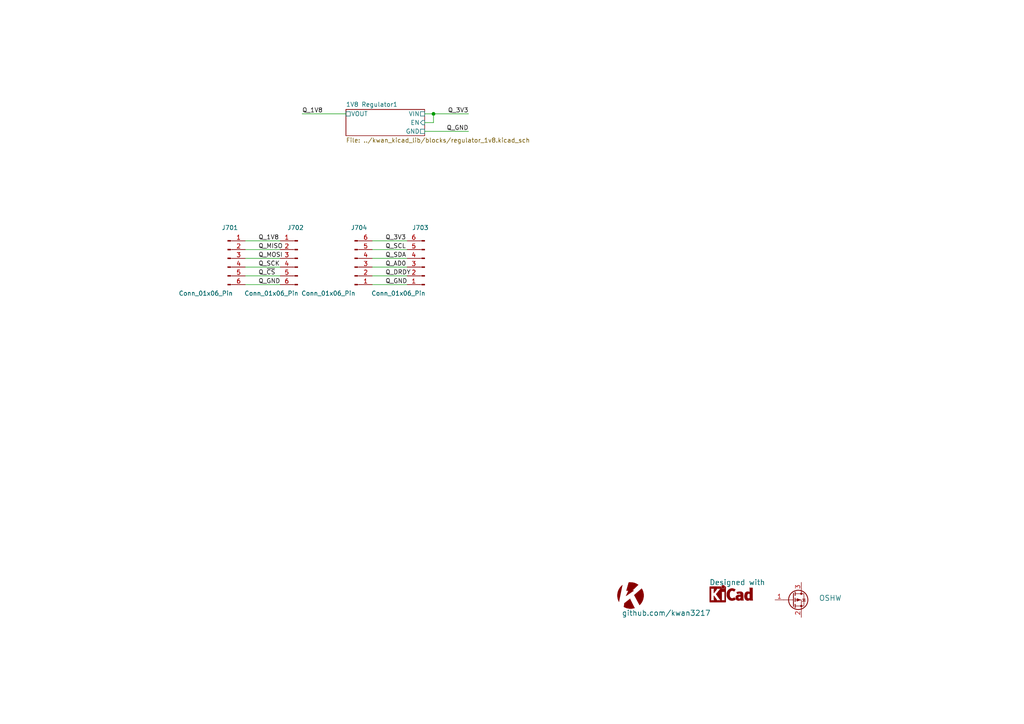
<source format=kicad_sch>
(kicad_sch (version 20230121) (generator eeschema)
  (paper "A4")
  (lib_symbols
    (symbol "Connector:Conn_01x06_Pin" (pin_names (offset 1.016) hide)
      (property "Reference" "J" (at 0 7.62 0))
      (property "Value" "Conn_01x06_Pin" (at 0 -10.16 0))
      (symbol "Conn_01x06_Pin_1_1"
        (polyline (pts (xy 1.27 -7.62) (xy 0.8636 -7.62)) (stroke (width 0.1524)))
        (polyline (pts (xy 1.27 -5.08) (xy 0.8636 -5.08)) (stroke (width 0.1524)))
        (polyline (pts (xy 1.27 -2.54) (xy 0.8636 -2.54)) (stroke (width 0.1524)))
        (polyline (pts (xy 1.27 0) (xy 0.8636 0)) (stroke (width 0.1524)))
        (polyline (pts (xy 1.27 2.54) (xy 0.8636 2.54)) (stroke (width 0.1524)))
        (polyline (pts (xy 1.27 5.08) (xy 0.8636 5.08)) (stroke (width 0.1524)))
        (rectangle (start 0.8636 -7.493) (end 0 -7.747) (stroke (width 0.1524)) (fill (type outline)))
        (rectangle (start 0.8636 -4.953) (end 0 -5.207) (stroke (width 0.1524)) (fill (type outline)))
        (rectangle (start 0.8636 -2.413) (end 0 -2.667) (stroke (width 0.1524)) (fill (type outline)))
        (rectangle (start 0.8636 0.127) (end 0 -0.127) (stroke (width 0.1524)) (fill (type outline)))
        (rectangle (start 0.8636 2.667) (end 0 2.413) (stroke (width 0.1524)) (fill (type outline)))
        (rectangle (start 0.8636 5.207) (end 0 4.953) (stroke (width 0.1524)) (fill (type outline)))
        (pin passive line (at 5.08 5.08 180) (length 3.81) (name "Pin_1") (number "1"))
        (pin passive line (at 5.08 2.54 180) (length 3.81) (name "Pin_2") (number "2"))
        (pin passive line (at 5.08 0 180) (length 3.81) (name "Pin_3") (number "3"))
        (pin passive line (at 5.08 -2.54 180) (length 3.81) (name "Pin_4") (number "4"))
        (pin passive line (at 5.08 -5.08 180) (length 3.81) (name "Pin_5") (number "5"))
        (pin passive line (at 5.08 -7.62 180) (length 3.81) (name "Pin_6") (number "6"))
      )
    )
    (symbol "Device:Q_PMOS_GSD" (pin_names (offset 0) hide)
      (property "Reference" "Q" (at 5.08 1.27 0))
      (property "Value" "Q_PMOS_GSD" (at 5.08 -1.27 0))
      (symbol "Q_PMOS_GSD_0_1"
        (polyline (pts (xy 0.254 0) (xy -2.54 0)))
        (polyline (pts (xy 0.254 1.905) (xy 0.254 -1.905)) (stroke (width 0.254)))
        (polyline (pts (xy 0.762 -1.27) (xy 0.762 -2.286)) (stroke (width 0.254)))
        (polyline (pts (xy 0.762 0.508) (xy 0.762 -0.508)) (stroke (width 0.254)))
        (polyline (pts (xy 0.762 2.286) (xy 0.762 1.27)) (stroke (width 0.254)))
        (polyline (pts (xy 2.54 2.54) (xy 2.54 1.778)))
        (polyline (pts (xy 2.54 -2.54) (xy 2.54 0) (xy 0.762 0)))
        (polyline (pts (xy 0.762 1.778) (xy 3.302 1.778) (xy 3.302 -1.778) (xy 0.762 -1.778)))
        (polyline (pts (xy 2.286 0) (xy 1.27 0.381) (xy 1.27 -0.381) (xy 2.286 0)) (fill (type outline)))
        (polyline (pts (xy 2.794 -0.508) (xy 2.921 -0.381) (xy 3.683 -0.381) (xy 3.81 -0.254)))
        (polyline (pts (xy 3.302 -0.381) (xy 2.921 0.254) (xy 3.683 0.254) (xy 3.302 -0.381)))
        (circle (center 1.651 0) (radius 2.794) (stroke (width 0.254)))
        (circle (center 2.54 -1.778) (radius 0.254) (fill (type outline)))
        (circle (center 2.54 1.778) (radius 0.254) (fill (type outline)))
      )
      (symbol "Q_PMOS_GSD_1_1"
        (pin input line (at -5.08 0 0) (length 2.54) (name "G") (number "1"))
        (pin passive line (at 2.54 -5.08 90) (length 2.54) (name "S") (number "2"))
        (pin passive line (at 2.54 5.08 270) (length 2.54) (name "D") (number "3"))
      )
    )
    (symbol "KwanSystems:DesignedWithKicad" (pin_names (offset 1.016)) (in_bom no)
      (property "Value" "DesignedWithKicad" (at 3.81 -2.54 0))
      (symbol "DesignedWithKicad_0_1"
        (polyline (pts (xy -2.273 4.2434) (xy -2.1768 4.2192) (xy -2.0902 4.1764) (xy -2.0154 4.1166) (xy -1.9544 4.0415) (xy -1.9094 3.9528) (xy -1.8831 3.8565) (xy -1.8773 3.7592) (xy -1.8921 3.6653) (xy -1.9258 3.5775) (xy -1.9765 3.4982) (xy -2.0423 3.4302) (xy -2.1214 3.3759) (xy -2.2119 3.338) (xy -2.2632 3.3256) (xy -2.3077 3.3181) (xy -2.342 3.3151) (xy -2.375 3.3169) (xy -2.4154 3.3238) (xy -2.4485 3.3308) (xy -2.5419 3.3623) (xy -2.6256 3.4134) (xy -2.6977 3.4826) (xy -2.7562 3.5683) (xy -2.7701 3.5955) (xy -2.7866 3.6319) (xy -2.7969 3.6624) (xy -2.8025 3.6946) (xy -2.8047 3.7357) (xy -2.8049 3.7818) (xy -2.8009 3.8661) (xy -2.7874 3.9354) (xy -2.7623 3.996) (xy -2.7228 4.0544) (xy -2.6843 4.0987) (xy -2.6124 4.1645) (xy -2.5373 4.2099) (xy -2.4546 4.2372) (xy -2.3769 4.2474) (xy -2.273 4.2434)) (stroke (width 0.0025)) (fill (type outline)))
        (polyline (pts (xy 0.3284 3.3209) (xy 0.4886 3.2998) (xy 0.6525 3.2596) (xy 0.8223 3.2001) (xy 1 3.1208) (xy 1.0113 3.1153) (xy 1.069 3.0873) (xy 1.1206 3.0632) (xy 1.1622 3.0448) (xy 1.1902 3.0336) (xy 1.1997 3.0311) (xy 1.219 3.0261) (xy 1.2236 3.0219) (xy 1.2185 3.0114) (xy 1.2024 2.9851) (xy 1.1773 2.9457) (xy 1.1449 2.896) (xy 1.1071 2.8387) (xy 1.0658 2.7765) (xy 1.0228 2.7123) (xy 0.9799 2.6487) (xy 0.939 2.5886) (xy 0.902 2.5346) (xy 0.8706 2.4896) (xy 0.8468 2.4563) (xy 0.8323 2.4374) (xy 0.8303 2.4352) (xy 0.8202 2.4399) (xy 0.7978 2.457) (xy 0.7673 2.4836) (xy 0.7515 2.498) (xy 0.655 2.5733) (xy 0.5483 2.6288) (xy 0.4328 2.6639) (xy 0.31 2.6781) (xy 0.2406 2.6769) (xy 0.1194 2.6598) (xy 0.0102 2.6239) (xy -0.0874 2.569) (xy -0.1738 2.4949) (xy -0.2492 2.4013) (xy -0.314 2.2879) (xy -0.3514 2.2013) (xy -0.3953 2.0656) (xy -0.4276 1.9182) (xy -0.4484 1.7627) (xy -0.4579 1.603) (xy -0.4562 1.443) (xy -0.4432 1.2864) (xy -0.4191 1.1371) (xy -0.384 0.9988) (xy -0.3379 0.8753) (xy -0.3216 0.841) (xy -0.2534 0.7269) (xy -0.1729 0.6304) (xy -0.0814 0.5523) (xy 0.0199 0.4934) (xy 0.1299 0.4544) (xy 0.2474 0.4361) (xy 0.2889 0.4348) (xy 0.4104 0.4457) (xy 0.5309 0.4785) (xy 0.6487 0.5326) (xy 0.7623 0.6071) (xy 0.8537 0.6855) (xy 0.9002 0.73) (xy 1.0815 0.4327) (xy 1.1266 0.3586) (xy 1.1678 0.2904) (xy 1.2037 0.2305) (xy 1.2329 0.1816) (xy 1.2538 0.1459) (xy 1.2649 0.126) (xy 1.2664 0.1229) (xy 1.2581 0.1133) (xy 1.2326 0.096) (xy 1.1929 0.0727) (xy 1.1423 0.0451) (xy 1.0841 0.0147) (xy 1.0214 -0.0168) (xy 0.9576 -0.0477) (xy 0.8959 -0.0765) (xy 0.8394 -0.1014) (xy 0.7914 -0.1209) (xy 0.768 -0.1293) (xy 0.6342 -0.1671) (xy 0.4963 -0.1921) (xy 0.3486 -0.2051) (xy 0.2218 -0.2075) (xy 0.1539 -0.2064) (xy 0.0883 -0.2043) (xy 0.0308 -0.2014) (xy -0.0126 -0.1981) (xy -0.0267 -0.1964) (xy -0.1657 -0.1676) (xy -0.3072 -0.1225) (xy -0.4447 -0.0638) (xy -0.5716 0.0059) (xy -0.6491 0.0586) (xy -0.7765 0.1668) (xy -0.8948 0.2933) (xy -1.0018 0.4351) (xy -1.0953 0.589) (xy -1.1732 0.7519) (xy -1.217 0.8692) (xy -1.2673 1.0529) (xy -1.3008 1.2474) (xy -1.3176 1.4487) (xy -1.3176 1.6524) (xy -1.3009 1.8545) (xy -1.2675 2.0506) (xy -1.2174 2.2366) (xy -1.2136 2.2482) (xy -1.1507 2.4103) (xy -1.074 2.5582) (xy -0.9808 2.6961) (xy -0.8685 2.8283) (xy -0.8246 2.8736) (xy -0.6885 2.9975) (xy -0.5485 3.1001) (xy -0.4026 3.1823) (xy -0.2486 3.2454) (xy -0.0843 3.2905) (xy 0.0113 3.308) (xy 0.17 3.3235) (xy 0.3284 3.3209)) (stroke (width 0.0025)) (fill (type outline)))
        (polyline (pts (xy 6.1865 1.7978) (xy 6.1865 1.5633) (xy 6.1866 1.3504) (xy 6.1866 1.1578) (xy 6.1868 0.9845) (xy 6.1871 0.8294) (xy 6.1875 0.6914) (xy 6.1882 0.5693) (xy 6.189 0.4621) (xy 6.1902 0.3687) (xy 6.1917 0.2879) (xy 6.1935 0.2187) (xy 6.1958 0.16) (xy 6.1985 0.1106) (xy 6.2016 0.0695) (xy 6.2053 0.0356) (xy 6.2095 0.0077) (xy 6.2143 -0.0152) (xy 6.2198 -0.0342) (xy 6.2259 -0.0505) (xy 6.2327 -0.0652) (xy 6.2403 -0.0792) (xy 6.2486 -0.0939) (xy 6.2538 -0.103) (xy 6.2881 -0.1637) (xy 5.43 -0.1637) (xy 5.43 -0.0677) (xy 5.4292 -0.0244) (xy 5.4273 0.0088) (xy 5.4245 0.0266) (xy 5.4232 0.0282) (xy 5.4118 0.0213) (xy 5.3891 0.0035) (xy 5.3664 -0.0159) (xy 5.3118 -0.0566) (xy 5.2423 -0.0976) (xy 5.1653 -0.1351) (xy 5.088 -0.1654) (xy 5.0571 -0.175) (xy 4.9886 -0.1896) (xy 4.9058 -0.1995) (xy 4.8164 -0.2046) (xy 4.7282 -0.2044) (xy 4.6492 -0.1987) (xy 4.6115 -0.1929) (xy 4.4734 -0.1548) (xy 4.3461 -0.0971) (xy 4.2303 -0.0202) (xy 4.1266 0.0753) (xy 4.0358 0.1888) (xy 3.969 0.2996) (xy 3.9142 0.4164) (xy 3.8722 0.5357) (xy 3.8422 0.6617) (xy 3.8233 0.7984) (xy 3.8147 0.9498) (xy 3.814 1.0273) (xy 3.8161 1.0841) (xy 4.6452 1.0841) (xy 4.6454 0.991) (xy 4.6483 0.9033) (xy 4.654 0.8262) (xy 4.6625 0.765) (xy 4.665 0.7526) (xy 4.6968 0.6454) (xy 4.7385 0.5583) (xy 4.7904 0.4914) (xy 4.8528 0.4442) (xy 4.9261 0.4166) (xy 5.0107 0.4085) (xy 5.1068 0.4194) (xy 5.1703 0.4352) (xy 5.2195 0.4534) (xy 5.2736 0.4792) (xy 5.3142 0.5029) (xy 5.3848 0.5493) (xy 5.3848 1.6995) (xy 5.3174 1.743) (xy 5.2389 1.784) (xy 5.1547 1.8106) (xy 5.0696 1.8225) (xy 4.9882 1.8193) (xy 4.9154 1.8004) (xy 4.8834 1.7848) (xy 4.8255 1.7418) (xy 4.7765 1.685) (xy 4.7354 1.6124) (xy 4.7009 1.5219) (xy 4.6718 1.4113) (xy 4.6706 1.4055) (xy 4.6604 1.3432) (xy 4.6527 1.2654) (xy 4.6477 1.1773) (xy 4.6452 1.0841) (xy 3.8161 1.0841) (xy 3.8219 1.2401) (xy 3.8438 1.4359) (xy 3.8798 1.6147) (xy 3.9298 1.7762) (xy 3.9937 1.9203) (xy 4.0715 2.0469) (xy 4.1631 2.1559) (xy 4.2685 2.2471) (xy 4.3137 2.2781) (xy 4.4146 2.3342) (xy 4.5179 2.3738) (xy 4.628 2.398) (xy 4.7493 2.4078) (xy 4.8418 2.4067) (xy 4.9715 2.3958) (xy 5.0841 2.374) (xy 5.1829 2.3403) (xy 5.2711 2.2938) (xy 5.32 2.2596) (xy 5.3494 2.2376) (xy 5.371 2.2227) (xy 5.3793 2.2183) (xy 5.3809 2.2291) (xy 5.3822 2.2597) (xy 5.3831 2.3075) (xy 5.3838 2.3695) (xy 5.3842 2.4431) (xy 5.3843 2.5256) (xy 5.3842 2.6141) (xy 5.3838 2.7059) (xy 5.3832 2.7983) (xy 5.3823 2.8885) (xy 5.3813 2.9737) (xy 5.38 3.0513) (xy 5.3786 3.1184) (xy 5.3769 3.1724) (xy 5.3752 3.2104) (xy 5.3747 3.2173) (xy 5.3671 3.2877) (xy 5.3555 3.3429) (xy 5.3378 3.39) (xy 5.3117 3.4364) (xy 5.3054 3.4459) (xy 5.281 3.4826) (xy 6.1863 3.4826) (xy 6.1865 1.7978)) (stroke (width 0.0025)) (fill (type outline)))
        (polyline (pts (xy 2.6736 2.4034) (xy 2.8255 2.3834) (xy 2.9608 2.3498) (xy 3.0802 2.3023) (xy 3.1848 2.2406) (xy 3.2624 2.177) (xy 3.3313 2.1029) (xy 3.385 2.0231) (xy 3.4279 1.9309) (xy 3.4434 1.8878) (xy 3.4562 1.8489) (xy 3.4674 1.8127) (xy 3.4771 1.7776) (xy 3.4854 1.7416) (xy 3.4924 1.703) (xy 3.4983 1.6598) (xy 3.5031 1.6104) (xy 3.5071 1.5527) (xy 3.5103 1.4851) (xy 3.5129 1.4057) (xy 3.5151 1.3126) (xy 3.5168 1.204) (xy 3.5183 1.0781) (xy 3.5198 0.933) (xy 3.521 0.7902) (xy 3.5224 0.634) (xy 3.5236 0.4988) (xy 3.5248 0.3828) (xy 3.5261 0.2844) (xy 3.5277 0.2019) (xy 3.5297 0.1338) (xy 3.5322 0.0782) (xy 3.5353 0.0337) (xy 3.5391 -0.0015) (xy 3.5439 -0.029) (xy 3.5496 -0.0506) (xy 3.5565 -0.0677) (xy 3.5647 -0.0822) (xy 3.5742 -0.0956) (xy 3.5853 -0.1096) (xy 3.5896 -0.1151) (xy 3.6054 -0.1379) (xy 3.6124 -0.1535) (xy 3.6124 -0.1539) (xy 3.6016 -0.1561) (xy 3.5706 -0.1581) (xy 3.522 -0.1599) (xy 3.4582 -0.1615) (xy 3.3817 -0.1626) (xy 3.2949 -0.1634) (xy 3.2005 -0.1637) (xy 3.1896 -0.1637) (xy 2.7667 -0.1637) (xy 2.7634 -0.0676) (xy 2.7601 0.0284) (xy 2.698 -0.0225) (xy 2.6007 -0.0901) (xy 2.4908 -0.1447) (xy 2.4043 -0.175) (xy 2.3353 -0.1897) (xy 2.2519 -0.1997) (xy 2.1622 -0.2046) (xy 2.0738 -0.2043) (xy 1.9949 -0.1984) (xy 1.9586 -0.1926) (xy 1.8186 -0.1548) (xy 1.6922 -0.0999) (xy 1.5803 -0.0289) (xy 1.4838 0.0574) (xy 1.4036 0.1583) (xy 1.3407 0.2729) (xy 1.2963 0.399) (xy 1.284 0.4556) (xy 1.2764 0.5178) (xy 1.2727 0.5926) (xy 1.2722 0.6265) (xy 1.2723 0.6297) (xy 2.0322 0.6297) (xy 2.0415 0.5547) (xy 2.0697 0.4908) (xy 2.1182 0.4352) (xy 2.1233 0.4308) (xy 2.1715 0.396) (xy 2.2233 0.3734) (xy 2.284 0.3615) (xy 2.3594 0.3586) (xy 2.3775 0.359) (xy 2.4313 0.3617) (xy 2.4713 0.3671) (xy 2.5063 0.3773) (xy 2.5451 0.3941) (xy 2.5557 0.3993) (xy 2.6164 0.4352) (xy 2.6632 0.4778) (xy 2.676 0.493) (xy 2.7206 0.5495) (xy 2.7206 0.7454) (xy 2.7201 0.8241) (xy 2.7184 0.882) (xy 2.7154 0.9211) (xy 2.7111 0.9433) (xy 2.707 0.9497) (xy 2.691 0.9529) (xy 2.6573 0.9555) (xy 2.6103 0.9573) (xy 2.555 0.9581) (xy 2.5461 0.9582) (xy 2.4253 0.9529) (xy 2.3227 0.9367) (xy 2.2361 0.909) (xy 2.1637 0.8692) (xy 2.1088 0.8222) (xy 2.0642 0.7644) (xy 2.0395 0.7013) (xy 2.0322 0.6297) (xy 1.2723 0.6297) (xy 1.2742 0.7203) (xy 1.2825 0.7992) (xy 1.2988 0.8704) (xy 1.3244 0.9411) (xy 1.3484 0.9935) (xy 1.407 1.0888) (xy 1.4851 1.1768) (xy 1.5803 1.256) (xy 1.6902 1.3247) (xy 1.8125 1.3813) (xy 1.9448 1.4242) (xy 2.0094 1.4391) (xy 2.1456 1.4612) (xy 2.294 1.4758) (xy 2.4455 1.4822) (xy 2.5721 1.4806) (xy 2.734 1.4738) (xy 2.7265 1.5328) (xy 2.7072 1.6319) (xy 2.6761 1.7126) (xy 2.6323 1.7755) (xy 2.5749 1.8212) (xy 2.503 1.8504) (xy 2.4159 1.8636) (xy 2.3127 1.8614) (xy 2.2747 1.8574) (xy 2.1335 1.8322) (xy 1.9967 1.7912) (xy 1.9022 1.7532) (xy 1.857 1.7338) (xy 1.8186 1.7182) (xy 1.7922 1.7086) (xy 1.7845 1.7065) (xy 1.7748 1.7156) (xy 1.7581 1.7446) (xy 1.7342 1.7938) (xy 1.7031 1.8635) (xy 1.6645 1.9541) (xy 1.6579 1.9699) (xy 1.6279 2.0422) (xy 1.6009 2.1076) (xy 1.5781 2.1631) (xy 1.5608 2.2059) (xy 1.55 2.2332) (xy 1.5469 2.2421) (xy 1.5569 2.2468) (xy 1.5832 2.2521) (xy 1.6115 2.2558) (xy 1.6416 2.2605) (xy 1.6894 2.27) (xy 1.7506 2.2832) (xy 1.8209 2.2992) (xy 1.8962 2.3172) (xy 1.9248 2.3242) (xy 2.0298 2.3498) (xy 2.1175 2.3699) (xy 2.1921 2.385) (xy 2.2579 2.396) (xy 2.3193 2.4033) (xy 2.3806 2.4077) (xy 2.4461 2.4097) (xy 2.5041 2.4101) (xy 2.6736 2.4034)) (stroke (width 0.0025)) (fill (type outline)))
        (polyline (pts (xy -2.9464 3.7809) (xy -2.9355 3.667) (xy -2.9039 3.5594) (xy -2.853 3.4604) (xy -2.7843 3.3723) (xy -2.6992 3.2975) (xy -2.6022 3.2396) (xy -2.496 3.2) (xy -2.389 3.1814) (xy -2.2833 3.1826) (xy -2.1811 3.2021) (xy -2.0845 3.2386) (xy -1.9956 3.2908) (xy -1.9165 3.3573) (xy -1.8494 3.4368) (xy -1.7962 3.528) (xy -1.7592 3.6295) (xy -1.7404 3.7399) (xy -1.7385 3.7898) (xy -1.7385 3.8777) (xy -1.6866 3.8777) (xy -1.6503 3.8749) (xy -1.6234 3.8631) (xy -1.5962 3.8394) (xy -1.5579 3.801) (xy -1.5579 1.6094) (xy -1.5579 1.3473) (xy -1.5579 1.1068) (xy -1.558 0.887) (xy -1.5581 0.6869) (xy -1.5582 0.5057) (xy -1.5584 0.3423) (xy -1.5587 0.1958) (xy -1.5591 0.0654) (xy -1.5595 -0.05) (xy -1.56 -0.1513) (xy -1.5606 -0.2395) (xy -1.5613 -0.3154) (xy -1.5621 -0.3801) (xy -1.5631 -0.4344) (xy -1.5642 -0.4793) (xy -1.5654 -0.5157) (xy -1.5667 -0.5447) (xy -1.5683 -0.5671) (xy -1.5699 -0.5838) (xy -1.5718 -0.5959) (xy -1.5738 -0.6042) (xy -1.576 -0.6097) (xy -1.5771 -0.6115) (xy -1.5813 -0.6185) (xy -1.5848 -0.625) (xy -1.5886 -0.6309) (xy -1.5937 -0.6363) (xy -1.6009 -0.6412) (xy -1.6111 -0.6456) (xy -1.6254 -0.6496) (xy -1.6445 -0.6531) (xy -1.6695 -0.6563) (xy -1.7012 -0.659) (xy -1.7407 -0.6615) (xy -1.7887 -0.6636) (xy -1.8462 -0.6653) (xy -1.9142 -0.6668) (xy -1.9936 -0.6681) (xy -2.0853 -0.6691) (xy -2.1902 -0.6699) (xy -2.3092 -0.6705) (xy -2.4433 -0.6709) (xy -2.5934 -0.6712) (xy -2.7604 -0.6714) (xy -2.9452 -0.6715) (xy -3.1488 -0.6715) (xy -3.3721 -0.6715) (xy -3.6159 -0.6715) (xy -3.8813 -0.6714) (xy -3.9197 -0.6714) (xy -4.1867 -0.6714) (xy -4.432 -0.6713) (xy -4.6566 -0.6712) (xy -4.8613 -0.6711) (xy -5.0472 -0.6709) (xy -5.2151 -0.6706) (xy -5.3659 -0.6703) (xy -5.5006 -0.6699) (xy -5.62 -0.6694) (xy -5.7252 -0.6689) (xy -5.817 -0.6683) (xy -5.8963 -0.6675) (xy -5.964 -0.6667) (xy -6.0212 -0.6657) (xy -6.0686 -0.6646) (xy -6.1073 -0.6634) (xy -6.138 -0.662) (xy -6.1619 -0.6606) (xy -6.1797 -0.6589) (xy -6.1924 -0.6571) (xy -6.2009 -0.6551) (xy -6.2053 -0.6535) (xy -6.2137 -0.6499) (xy -6.2215 -0.6473) (xy -6.2286 -0.6446) (xy -6.2351 -0.6411) (xy -6.2409 -0.6356) (xy -6.2462 -0.6274) (xy -6.251 -0.6154) (xy -6.2552 -0.5987) (xy -6.2589 -0.5765) (xy -6.2622 -0.5477) (xy -6.2651 -0.5114) (xy -6.2675 -0.4667) (xy -6.2696 -0.4126) (xy -6.2714 -0.3483) (xy -6.2728 -0.2727) (xy -6.274 -0.185) (xy -6.2749 -0.0842) (xy -6.2756 0.0306) (xy -6.2761 0.1603) (xy -6.2764 0.306) (xy -6.2766 0.4685) (xy -6.2767 0.6487) (xy -6.2767 0.8476) (xy -6.2767 1.0662) (xy -6.2766 1.3053) (xy -6.2766 1.566) (xy -6.2766 1.6081) (xy -6.2766 1.871) (xy -6.2767 2.1123) (xy -6.2767 2.3328) (xy -6.2766 2.5336) (xy -6.2765 2.7157) (xy -6.2764 2.8798) (xy -6.2761 3.027) (xy -6.2756 3.1582) (xy -6.275 3.2681) (xy -5.9722 3.2681) (xy -5.9324 3.2103) (xy -5.9212 3.1945) (xy -5.9112 3.1806) (xy -5.9021 3.1672) (xy -5.8941 3.1533) (xy -5.887 3.1376) (xy -5.8807 3.119) (xy -5.8753 3.0963) (xy -5.8707 3.0683) (xy -5.8667 3.0337) (xy -5.8634 2.9915) (xy -5.8607 2.9404) (xy -5.8585 2.8793) (xy -5.8567 2.8069) (xy -5.8554 2.722) (xy -5.8545 2.6236) (xy -5.8539 2.5103) (xy -5.8535 2.3811) (xy -5.8533 2.2347) (xy -5.8532 2.0699) (xy -5.8532 1.8856) (xy -5.8533 1.6805) (xy -5.8533 1.5579) (xy -5.8533 1.3409) (xy -5.8532 1.1454) (xy -5.8532 0.97) (xy -5.8534 0.8137) (xy -5.8536 0.6751) (xy -5.8541 0.5533) (xy -5.8549 0.4468) (xy -5.856 0.3547) (xy -5.8574 0.2756) (xy -5.8593 0.2084) (xy -5.8617 0.1519) (xy -5.8647 0.1049) (xy -5.8683 0.0662) (xy -5.8725 0.0347) (xy -5.8774 0.0091) (xy -5.8832 -0.0117) (xy -5.8897 -0.0289) (xy -5.8972 -0.0438) (xy -5.9056 -0.0574) (xy -5.915 -0.0711) (xy -5.9254 -0.0859) (xy -5.9315 -0.0948) (xy -5.9703 -0.1524) (xy -5.4387 -0.1524) (xy -5.3155 -0.1524) (xy -5.213 -0.1522) (xy -5.1294 -0.1519) (xy -5.063 -0.1513) (xy -5.0118 -0.1504) (xy -4.974 -0.1491) (xy -4.9479 -0.1473) (xy -4.9316 -0.145) (xy -4.9233 -0.142) (xy -4.9212 -0.1384) (xy -4.9233 -0.1341) (xy -4.9245 -0.1326) (xy -4.9497 -0.0956) (xy -4.9756 -0.0428) (xy -4.9992 0.0192) (xy -5.0075 0.0456) (xy -5.0121 0.0636) (xy -5.016 0.0846) (xy -5.0192 0.1109) (xy -5.022 0.1445) (xy -5.0242 0.1874) (xy -5.0261 0.2418) (xy -5.0276 0.3097) (xy -5.029 0.3933) (xy -5.0302 0.4946) (xy -5.0313 0.6157) (xy -5.0317 0.6604) (xy -5.0327 0.7856) (xy -5.0335 0.8899) (xy -5.0339 0.9753) (xy -5.034 1.0435) (xy -5.0336 1.0962) (xy -5.0327 1.1354) (xy -5.0313 1.1627) (xy -5.0293 1.18) (xy -5.0266 1.1891) (xy -5.0232 1.1917) (xy -5.019 1.1896) (xy -5.0146 1.1853) (xy -5.0042 1.1724) (xy -4.9822 1.1433) (xy -4.95 1.1002) (xy -4.9092 1.0453) (xy -4.8614 0.9806) (xy -4.8081 0.9083) (xy -4.7509 0.8305) (xy -4.6914 0.7493) (xy -4.6312 0.6669) (xy -4.5717 0.5855) (xy -4.5145 0.507) (xy -4.4612 0.4338) (xy -4.4135 0.3679) (xy -4.3727 0.3113) (xy -4.3405 0.2664) (xy -4.3185 0.2352) (xy -4.3139 0.2285) (xy -4.291 0.1916) (xy -4.2642 0.1436) (xy -4.2388 0.0941) (xy -4.2356 0.0874) (xy -4.2139 0.0392) (xy -4.2013 0.0017) (xy -4.1956 -0.0342) (xy -4.1945 -0.0762) (xy -4.1951 -0.1524) (xy -3.0407 -0.1524) (xy -3.1318 -0.0587) (xy -3.1786 -0.0088) (xy -3.2289 0.0477) (xy -3.2749 0.102) (xy -3.2954 0.1273) (xy -3.3258 0.1669) (xy -3.3659 0.2201) (xy -3.4144 0.2853) (xy -3.4701 0.361) (xy -3.532 0.4454) (xy -3.5988 0.537) (xy -3.6694 0.6341) (xy -3.7425 0.7351) (xy -3.8171 0.8383) (xy -3.8919 0.9422) (xy -3.9658 1.0451) (xy -4.0376 1.1454) (xy -4.1062 1.2414) (xy -4.1703 1.3315) (xy -4.2288 1.4141) (xy -4.2805 1.4875) (xy -4.3242 1.5502) (xy -4.3589 1.6004) (xy -4.3832 1.6367) (xy -4.3961 1.6572) (xy -4.3979 1.6613) (xy -4.3899 1.6727) (xy -4.3691 1.6998) (xy -4.3368 1.7412) (xy -4.2945 1.795) (xy -4.2433 1.8595) (xy -4.1848 1.9331) (xy -4.1203 2.014) (xy -4.0511 2.1006) (xy -3.9787 2.1912) (xy -3.9042 2.2839) (xy -3.8445 2.3583) (xy -2.8335 2.3583) (xy -2.8276 2.3453) (xy -2.8133 2.3231) (xy -2.8122 2.3216) (xy -2.7934 2.2915) (xy -2.7738 2.2546) (xy -2.7699 2.2465) (xy -2.7664 2.2381) (xy -2.7632 2.2279) (xy -2.7605 2.2147) (xy -2.7581 2.1971) (xy -2.756 2.1735) (xy -2.7542 2.1427) (xy -2.7527 2.1032) (xy -2.7514 2.0537) (xy -2.7503 1.9928) (xy -2.7494 1.919) (xy -2.7486 1.831) (xy -2.7479 1.7273) (xy -2.7474 1.6067) (xy -2.7468 1.4676) (xy -2.7463 1.3088) (xy -2.7457 1.1299) (xy -2.7452 0.9448) (xy -2.7448 0.7809) (xy -2.7445 0.6367) (xy -2.7445 0.5109) (xy -2.7448 0.4021) (xy -2.7454 0.3089) (xy -2.7465 0.2299) (xy -2.7481 0.1637) (xy -2.7503 0.1088) (xy -2.7531 0.064) (xy -2.7567 0.0277) (xy -2.761 -0.0013) (xy -2.7661 -0.0246) (xy -2.7722 -0.0435) (xy -2.7792 -0.0594) (xy -2.7873 -0.0736) (xy -2.7965 -0.0877) (xy -2.805 -0.1002) (xy -2.8222 -0.1265) (xy -2.8323 -0.144) (xy -2.8335 -0.1473) (xy -2.8226 -0.1483) (xy -2.7914 -0.1493) (xy -2.7422 -0.1502) (xy -2.6773 -0.151) (xy -2.599 -0.1516) (xy -2.5096 -0.1521) (xy -2.4114 -0.1523) (xy -2.3424 -0.1524) (xy -2.2375 -0.1522) (xy -2.1406 -0.1515) (xy -2.0541 -0.1505) (xy -1.9801 -0.1492) (xy -1.9209 -0.1476) (xy -1.8785 -0.1458) (xy -1.8553 -0.1438) (xy -1.8514 -0.1425) (xy -1.8591 -0.1276) (xy -1.8671 -0.1196) (xy -1.8802 -0.1024) (xy -1.8975 -0.0722) (xy -1.9094 -0.0476) (xy -1.936 0.0113) (xy -1.9391 1.1882) (xy -1.9422 2.365) (xy -2.3879 2.365) (xy -2.4857 2.3649) (xy -2.5761 2.3644) (xy -2.6566 2.3637) (xy -2.725 2.3627) (xy -2.7787 2.3615) (xy -2.8153 2.3602) (xy -2.8325 2.3588) (xy -2.8335 2.3583) (xy -3.8445 2.3583) (xy -3.8293 2.3773) (xy -3.7551 2.4695) (xy -3.6831 2.5588) (xy -3.6146 2.6436) (xy -3.551 2.7221) (xy -3.4936 2.7927) (xy -3.4438 2.8536) (xy -3.4031 2.9032) (xy -3.3859 2.9238) (xy -3.2996 3.0245) (xy -3.223 3.1077) (xy -3.1542 3.1756) (xy -3.0912 3.2299) (xy -3.0819 3.2373) (xy -3.0424 3.2679) (xy -4.1741 3.2681) (xy -4.1688 3.2202) (xy -4.1721 3.1628) (xy -4.1937 3.0945) (xy -4.2336 3.0148) (xy -4.2789 2.9425) (xy -4.2952 2.9199) (xy -4.3232 2.8823) (xy -4.3614 2.832) (xy -4.4081 2.771) (xy -4.4617 2.7016) (xy -4.5203 2.6258) (xy -4.5825 2.5458) (xy -4.6464 2.4638) (xy -4.7105 2.3818) (xy -4.773 2.3021) (xy -4.8323 2.2267) (xy -4.8868 2.1578) (xy -4.9346 2.0976) (xy -4.9743 2.0481) (xy -5.004 2.0116) (xy -5.0222 1.9901) (xy -5.0252 1.9868) (xy -5.0281 1.9949) (xy -5.0303 2.0251) (xy -5.0319 2.0774) (xy -5.0328 2.1515) (xy -5.033 2.2469) (xy -5.0326 2.3636) (xy -5.0317 2.4836) (xy -5.0304 2.6157) (xy -5.0289 2.7274) (xy -5.0269 2.821) (xy -5.0242 2.8986) (xy -5.0206 2.9624) (xy -5.0158 3.0147) (xy -5.0095 3.0577) (xy -5.0015 3.0934) (xy -4.9916 3.1243) (xy -4.9795 3.1524) (xy -4.965 3.18) (xy -4.9503 3.205) (xy -4.9123 3.2681) (xy -5.9722 3.2681) (xy -6.275 3.2681) (xy -6.275 3.2744) (xy -6.2742 3.3765) (xy -6.2732 3.4654) (xy -6.2719 3.5421) (xy -6.2704 3.6075) (xy -6.2685 3.6626) (xy -6.2664 3.7082) (xy -6.2639 3.7455) (xy -6.261 3.7752) (xy -6.2577 3.7983) (xy -6.254 3.8159) (xy -6.2499 3.8287) (xy -6.2452 3.8378) (xy -6.2401 3.8441) (xy -6.2345 3.8485) (xy -6.2283 3.852) (xy -6.2215 3.8556) (xy -6.2155 3.8591) (xy -6.2103 3.8617) (xy -6.2021 3.864) (xy -6.1899 3.8661) (xy -6.1725 3.868) (xy -6.149 3.8697) (xy -6.1181 3.8711) (xy -6.0788 3.8724) (xy -6.03 3.8735) (xy -5.9705 3.8744) (xy -5.8994 3.8752) (xy -5.8155 3.8759) (xy -5.7177 3.8764) (xy -5.6049 3.8768) (xy -5.476 3.8772) (xy -5.33 3.8774) (xy -5.1657 3.8776) (xy -4.982 3.8777) (xy -4.7779 3.8777) (xy -4.5668 3.8777) (xy -2.9464 3.8777) (xy -2.9464 3.7809)) (stroke (width 0.0025)) (fill (type outline)))
      )
    )
    (symbol "KwanSystems:KwanSystems" (pin_names (offset 1.016)) (in_bom no)
      (property "Value" "KwanSystems" (at 0 -5.08 0))
      (symbol "KwanSystems_0_1"
        (polyline (pts (xy 0.3018 3.8025) (xy 0.5462 3.7744) (xy 0.7854 3.7321) (xy 1.0193 3.6754) (xy 1.2478 3.6045) (xy 1.4711 3.5193) (xy 1.689 3.4198) (xy 1.9015 3.3061) (xy 2.1085 3.1781) (xy 2.2308 3.09) (xy 0.4924 1.42) (xy 0.9508 1.42) (xy -1.31 -0.12) (xy -0.5992 1.42) (xy -1.1938 1.42) (xy -0.5192 3.78) (xy -0.3885 3.7927) (xy -0.1814 3.8059) (xy 0.0333 3.811)) (stroke (width 0.0025)) (fill (type outline)))
        (polyline (pts (xy 1.2117 -3.611) (xy 1.1805 -3.6269) (xy 1.1201 -3.6454) (xy 1.0517 -3.6655) (xy 0.8462 -3.7189) (xy 0.6348 -3.7604) (xy 0.4156 -3.7905) (xy 0.3277 -3.7992) (xy 0.1234 -3.8081) (xy 0.0408 -3.8091) (xy -0.0437 -3.8092) (xy -0.1265 -3.8082) (xy -0.3391 -3.7989) (xy -0.5799 -3.7695) (xy -0.8161 -3.7257) (xy -1.0478 -3.6672) (xy -1.2753 -3.5942) (xy -1.4987 -3.5065) (xy -1.6599 -3.4329) (xy -1.8371 -3.3426) (xy -1.9342 -3.2879) (xy -1.78 -2.25) (xy -0.12 -0.95)) (stroke (width 0.0025)) (fill (type outline)))
        (polyline (pts (xy -3.33 -1.85) (xy -3.4035 -1.7216) (xy -3.5014 -1.5107) (xy -3.5664 -1.3527) (xy -3.641 -1.1379) (xy -3.7016 -0.923) (xy -3.7485 -0.7062) (xy -3.782 -0.486) (xy -3.8025 -0.2605) (xy -3.8102 -0.0281) (xy -3.8103 0) (xy -3.8029 0.2742) (xy -3.7787 0.5215) (xy -3.7379 0.7583) (xy -3.6926 0.9566) (xy -3.6383 1.1468) (xy -3.5739 1.3326) (xy -3.4979 1.5178) (xy -3.4219 1.6804) (xy -3.3272 1.8622) (xy -3.2273 2.0324) (xy -3.1205 2.1935) (xy -3.0049 2.3481) (xy -2.8787 2.4988) (xy -2.7399 2.6482) (xy -2.6018 2.7839) (xy -2.4691 2.9048) (xy -2.33 3.02)) (stroke (width 0.0025)) (fill (type outline)))
        (polyline (pts (xy 3.337 1.8449) (xy 3.4183 1.6918) (xy 3.5168 1.4771) (xy 3.6016 1.2562) (xy 3.6727 1.0287) (xy 3.73 0.7948) (xy 3.7737 0.5541) (xy 3.7919 0.4191) (xy 3.7965 0.3713) (xy 3.8004 0.3111) (xy 3.8037 0.2415) (xy 3.8062 0.1653) (xy 3.808 0.0853) (xy 3.8091 0.0045) (xy 3.8092 -0.0742) (xy 3.8085 -0.148) (xy 3.8068 -0.214) (xy 3.8042 -0.2693) (xy 3.8033 -0.2821) (xy 3.7774 -0.5241) (xy 3.7368 -0.7619) (xy 3.6819 -0.9952) (xy 3.6126 -1.2235) (xy 3.5291 -1.4466) (xy 3.4316 -1.664) (xy 3.3202 -1.8755) (xy 3.1951 -2.0807) (xy 3.0563 -2.2792) (xy 2.918 -2.4541) (xy 2.7919 -2.5949) (xy 2.62 -2.77) (xy 1.07 0.12) (xy 3.24 2.01)) (stroke (width 0.0025)) (fill (type outline)))
      )
    )
  )
  (junction (at 125.73 33.02))
  (wire (pts (xy 107.95 77.47) (xy 118.11 77.47)))
  (wire (pts (xy 125.73 35.56) (xy 123.19 35.56)))
  (wire (pts (xy 125.73 33.02) (xy 125.73 35.56)))
  (wire (pts (xy 71.12 82.55) (xy 81.28 82.55)))
  (wire (pts (xy 125.73 33.02) (xy 135.89 33.02)))
  (wire (pts (xy 107.95 80.01) (xy 118.11 80.01)))
  (wire (pts (xy 123.19 38.1) (xy 135.89 38.1)))
  (wire (pts (xy 107.95 69.85) (xy 118.11 69.85)))
  (wire (pts (xy 107.95 74.93) (xy 118.11 74.93)))
  (wire (pts (xy 107.95 82.55) (xy 118.11 82.55)))
  (wire (pts (xy 71.12 80.01) (xy 81.28 80.01)))
  (wire (pts (xy 125.73 33.02) (xy 123.19 33.02)))
  (wire (pts (xy 71.12 72.39) (xy 81.28 72.39)))
  (wire (pts (xy 107.95 72.39) (xy 118.11 72.39)))
  (wire (pts (xy 71.12 77.47) (xy 81.28 77.47)))
  (wire (pts (xy 87.63 33.02) (xy 100.33 33.02)))
  (wire (pts (xy 71.12 74.93) (xy 81.28 74.93)))
  (wire (pts (xy 71.12 69.85) (xy 81.28 69.85)))
  (label "Q_SCK" (at 74.93 77.47 0))
  (label "Q_SCL" (at 111.76 72.39 0))
  (label "Q_1V8" (at 74.93 69.85 0))
  (label "Q_DRDY" (at 111.76 80.01 0))
  (label "Q_3V3" (at 111.76 69.85 0))
  (label "Q_GND" (at 135.89 38.1 180))
  (label "Q_1V8" (at 87.63 33.02 0))
  (label "Q_GND" (at 111.76 82.55 0))
  (label "Q_SDA" (at 111.76 74.93 0))
  (label "Q_MISO" (at 74.93 72.39 0))
  (label "Q_~{CS}" (at 74.93 80.01 0))
  (label "Q_GND" (at 74.93 82.55 0))
  (label "Q_MOSI" (at 74.93 74.93 0))
  (label "Q_3V3" (at 135.89 33.02 180))
  (label "Q_AD0" (at 111.76 77.47 0))
  (symbol (lib_id "KwanSystems:DesignedWithKicad") (at 212.09 173.99 0) (unit 1) (in_bom no)
    (property "Reference" "G2" (effects hide))
    (property "Value" "Designed with" (at 205.74 168.91 0) (effects (font (size 1.524 1.524)) (justify left)))
    (property "Footprint" "KwanSystems:Symbol_KiCAD-Logo_CopperAndSilkScreenTop_small" (effects hide))
    (instances (project "BME280 stamp" (path "" (reference "G2") (unit 1))) (project "shipometer" (path "" (reference "G202") (unit 1)) (path "" (reference "G702") (unit 1))))
  )
  (symbol (lib_id "Connector:Conn_01x06_Pin") (at 102.87 77.47 0) (mirror x) (unit 1)
    (property "Reference" "J704" (at 104.14 66.04 0))
    (property "Value" "Conn_01x06_Pin" (at 95.25 85.09 0))
    (property "Footprint" "Connector_PinHeader_2.54mm:PinHeader_1x06_P2.54mm_Vertical" (effects hide))
    (property "Mouser" "855-M20-9990646" (effects hide))
    (property "Number on hand" "2" (effects hide))
    (property "Digikey" "952-2270-ND" (effects hide))
    (property "Part Number" "M20-9990646" (effects hide))
  )
  (symbol (lib_id "Connector:Conn_01x06_Pin") (at 123.19 77.47 180) (unit 1)
    (property "Reference" "J703" (at 121.92 66.04 0))
    (property "Value" "Conn_01x06_Pin" (at 115.57 85.09 0))
    (property "Footprint" "Connector_PinSocket_2.54mm:PinSocket_1x06_P2.54mm_Vertical" (effects hide))
    (property "Mouser" "538-90147-1106" (effects hide))
    (property "Number on hand" "2" (effects hide))
    (property "Part Number" "90147-1106" (effects hide))
    (property "Digikey" "WM4223-ND" (effects hide))
  )
  (symbol (lib_id "Connector:Conn_01x06_Pin") (at 86.36 74.93 0) (mirror y) (unit 1)
    (property "Reference" "J702" (at 85.725 66.04 0))
    (property "Value" "Conn_01x06_Pin" (at 78.74 85.09 0))
    (property "Footprint" "Connector_PinHeader_2.54mm:PinHeader_1x06_P2.54mm_Vertical" (effects hide))
    (property "Mouser" "855-M20-9990646" (effects hide))
    (property "Number on hand" "2" (effects hide))
    (property "Digikey" "952-2270-ND" (effects hide))
    (property "Part Number" "M20-9990646" (effects hide))
  )
  (symbol (lib_id "Device:Q_PMOS_GSD") (at 229.87 173.99 0) (unit 1)
    (property "Reference" "G3" (effects hide))
    (property "Value" "OSHW" (at 237.49 173.4566 0) (effects (font (size 1.524 1.524)) (justify left)))
    (property "Footprint" "KwanSystems:OSHW-Symbol_4x3.6mm_SolderMask" (effects hide))
    (instances (project "BME280 stamp" (path "" (reference "G3") (unit 1))) (project "shipometer" (path "" (reference "G203") (unit 1)) (path "" (reference "G703") (unit 1))))
  )
  (symbol (lib_id "Connector:Conn_01x06_Pin") (at 66.04 74.93 0) (unit 1)
    (property "Reference" "J701" (at 66.675 66.04 0))
    (property "Value" "Conn_01x06_Pin" (at 59.69 85.09 0))
    (property "Footprint" "Connector_PinSocket_2.54mm:PinSocket_1x06_P2.54mm_Vertical" (effects hide))
    (property "Mouser" "538-90147-1106" (effects hide))
    (property "Number on hand" "2" (effects hide))
    (property "Part Number" "90147-1106" (effects hide))
    (property "Digikey" "WM4223-ND" (effects hide))
  )
  (symbol (lib_id "KwanSystems:KwanSystems") (at 182.88 172.72 0) (unit 1) (in_bom no)
    (property "Reference" "G1" (effects hide))
    (property "Value" "github.com/kwan3217" (at 180.34 177.8 0) (effects (font (size 1.524 1.524)) (justify left)))
    (property "Footprint" "KwanSystems:KWAN_CIRCLE" (effects hide))
    (instances (project "BME280 stamp" (path "" (reference "G1") (unit 1))) (project "shipometer" (path "" (reference "G201") (unit 1)) (path "" (reference "G701") (unit 1))))
  )
  (sheet (at 100.33 31.75) (size 22.86 7.62) (stroke (width 0.1524))
    (property "Sheetname" "1V8 Regulator1" (at 100.33 31.0384 0) (effects (justify left bottom)))
    (property "Sheetfile" "../kwan_kicad_lib/blocks/regulator_1v8.kicad_sch" (at 100.33 39.9546 0) (effects (justify left top)))
    (pin "VOUT" passive (at 100.33 33.02 180))
    (pin "GND" passive (at 123.19 38.1 0))
    (pin "VIN" passive (at 123.19 33.02 0))
    (pin "EN" input (at 123.19 35.56 0))
  )
)
</source>
